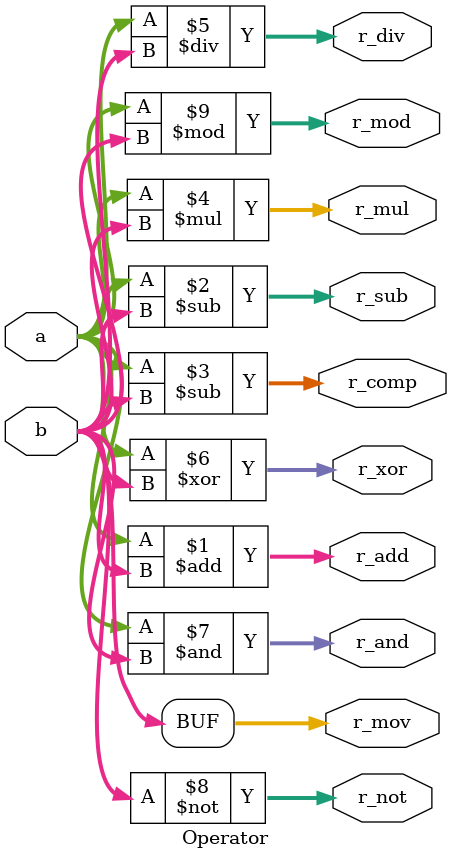
<source format=sv>
module Operator #(parameter N = 4)(
	input logic signed [N-1:0] a,
	input logic signed [N-1:0] b,
	output logic signed [N-1:0] r_mov,
	output logic signed [N-1:0] r_comp,
	output logic signed [N-1:0] r_add,
	output logic signed [N-1:0] r_sub,
	output logic signed [N-1:0] r_mul,
	output logic signed [N-1:0] r_div,
	output logic signed [N-1:0] r_xor,
	output logic signed [N-1:0] r_and,
	output logic signed [N-1:0] r_not,
	output logic signed [N-1:0] r_mod
);
	

	assign r_mov = b;
	assign r_add = a + b;
	assign r_sub = a - b;
	assign r_comp = a - b;
	assign r_mul= a * b;
	assign r_div = a / b;
	assign r_xor = a ^ b;
	assign r_and = a & b;
	assign r_not = ~b;
	assign r_mod = a % b;
	


endmodule

	
</source>
